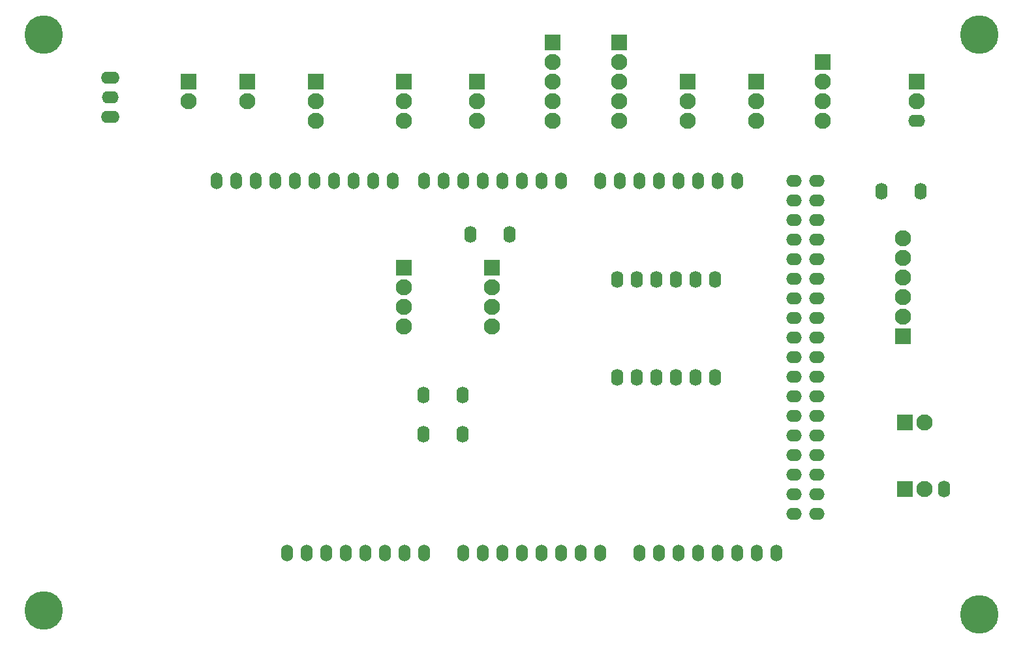
<source format=gtl>
G04 #@! TF.GenerationSoftware,KiCad,Pcbnew,(5.1.6)-1*
G04 #@! TF.CreationDate,2020-09-27T17:04:44+05:30*
G04 #@! TF.ProjectId,PCB board,50434220-626f-4617-9264-2e6b69636164,rev?*
G04 #@! TF.SameCoordinates,Original*
G04 #@! TF.FileFunction,Copper,L1,Top*
G04 #@! TF.FilePolarity,Positive*
%FSLAX46Y46*%
G04 Gerber Fmt 4.6, Leading zero omitted, Abs format (unit mm)*
G04 Created by KiCad (PCBNEW (5.1.6)-1) date 2020-09-27 17:04:44*
%MOMM*%
%LPD*%
G01*
G04 APERTURE LIST*
G04 #@! TA.AperFunction,ComponentPad*
%ADD10O,1.600000X2.200000*%
G04 #@! TD*
G04 #@! TA.AperFunction,ComponentPad*
%ADD11O,2.200000X1.600000*%
G04 #@! TD*
G04 #@! TA.AperFunction,ComponentPad*
%ADD12O,1.524000X2.197100*%
G04 #@! TD*
G04 #@! TA.AperFunction,ComponentPad*
%ADD13O,1.998980X1.539240*%
G04 #@! TD*
G04 #@! TA.AperFunction,ComponentPad*
%ADD14O,1.998980X1.536700*%
G04 #@! TD*
G04 #@! TA.AperFunction,ComponentPad*
%ADD15O,1.524000X2.199640*%
G04 #@! TD*
G04 #@! TA.AperFunction,ComponentPad*
%ADD16C,5.000000*%
G04 #@! TD*
G04 #@! TA.AperFunction,ComponentPad*
%ADD17R,2.100000X2.100000*%
G04 #@! TD*
G04 #@! TA.AperFunction,ComponentPad*
%ADD18C,2.100000*%
G04 #@! TD*
G04 #@! TA.AperFunction,ComponentPad*
%ADD19O,2.400000X1.600000*%
G04 #@! TD*
G04 APERTURE END LIST*
D10*
X209804000Y-111252000D03*
D11*
X206248000Y-63500000D03*
X101600000Y-60452000D03*
D10*
X206756000Y-72644000D03*
X201676000Y-72644000D03*
X153416000Y-78232000D03*
X148336000Y-78232000D03*
X147320000Y-104140000D03*
X142240000Y-104140000D03*
X147320000Y-99060000D03*
X142240000Y-99060000D03*
D12*
X115376001Y-71310501D03*
X117916001Y-71310501D03*
X120456001Y-71310501D03*
X122996001Y-71310501D03*
X125536001Y-71310501D03*
X128076001Y-71310501D03*
X130616001Y-71310501D03*
X133156001Y-71310501D03*
X135696001Y-71310501D03*
X138236001Y-71310501D03*
X142300001Y-71310501D03*
X144840001Y-71310501D03*
X147380001Y-71310501D03*
X149920001Y-71310501D03*
X152460001Y-71310501D03*
X155000001Y-71310501D03*
X157540001Y-71310501D03*
X160080001Y-71310501D03*
X165160001Y-71310501D03*
X167700001Y-71310501D03*
X170240001Y-71310501D03*
X172780001Y-71310501D03*
X175320001Y-71310501D03*
X177860001Y-71310501D03*
X180400001Y-71310501D03*
X182940001Y-71310501D03*
D13*
X190311081Y-86550501D03*
X190311081Y-89090501D03*
X190311081Y-91630501D03*
X190311081Y-94170501D03*
X190311081Y-96710501D03*
X190311081Y-99250501D03*
X190311081Y-101790501D03*
X190311081Y-104330501D03*
D14*
X193346381Y-111950501D03*
X193346381Y-114490501D03*
D13*
X190311081Y-71310501D03*
X190311081Y-73850501D03*
X190311081Y-76390501D03*
X190311081Y-78930501D03*
X190311081Y-81470501D03*
X190311081Y-84010501D03*
D14*
X193346381Y-91630501D03*
X193346381Y-94170501D03*
X193346381Y-96710501D03*
X193346381Y-99250501D03*
X193346381Y-101790501D03*
X193346381Y-104330501D03*
X193346381Y-106870501D03*
X193346381Y-109410501D03*
D12*
X185480001Y-119570501D03*
X182940001Y-119570501D03*
X180400001Y-119570501D03*
X177860001Y-119570501D03*
D15*
X175320001Y-119570501D03*
X172780001Y-119570501D03*
X170240001Y-119570501D03*
X165160001Y-119570501D03*
X129600001Y-119570501D03*
X127060001Y-119570501D03*
X124520001Y-119570501D03*
X139760001Y-119570501D03*
X137220001Y-119570501D03*
X134680001Y-119570501D03*
X132140001Y-119570501D03*
X162620001Y-119570501D03*
X160080001Y-119570501D03*
X157540001Y-119570501D03*
X155000001Y-119570501D03*
X152460001Y-119570501D03*
X149920001Y-119570501D03*
X147380001Y-119570501D03*
X142300001Y-119570501D03*
D14*
X193346381Y-71310501D03*
X193346381Y-73850501D03*
X193346381Y-76390501D03*
X193346381Y-78930501D03*
X193346381Y-81470501D03*
X193346381Y-84010501D03*
X193346381Y-86550501D03*
X193346381Y-89090501D03*
D13*
X190311081Y-106870501D03*
X190311081Y-109410501D03*
X190311081Y-111950501D03*
X190311081Y-114490501D03*
D12*
X188020001Y-119570501D03*
D16*
X92964000Y-52324000D03*
X92964000Y-127000000D03*
X214376000Y-127508000D03*
X214376000Y-52324000D03*
D17*
X204724000Y-102616000D03*
D18*
X207264000Y-102616000D03*
X207264000Y-111252000D03*
D17*
X204724000Y-111252000D03*
X176530000Y-58420000D03*
D18*
X176530000Y-60960000D03*
X176530000Y-63500000D03*
X149225000Y-63500000D03*
X149225000Y-60960000D03*
D17*
X149225000Y-58420000D03*
D18*
X139700000Y-63500000D03*
X139700000Y-60960000D03*
D17*
X139700000Y-58420000D03*
D18*
X128270000Y-63500000D03*
X128270000Y-60960000D03*
D17*
X128270000Y-58420000D03*
X111760000Y-58420000D03*
D18*
X111760000Y-60960000D03*
D17*
X119380000Y-58420000D03*
D18*
X119380000Y-60960000D03*
X151130000Y-90170000D03*
X151130000Y-87630000D03*
X151130000Y-85090000D03*
D17*
X151130000Y-82550000D03*
X139700000Y-82550000D03*
D18*
X139700000Y-85090000D03*
X139700000Y-87630000D03*
X139700000Y-90170000D03*
D17*
X204470000Y-91440000D03*
D18*
X204470000Y-88900000D03*
X204470000Y-86360000D03*
X204470000Y-83820000D03*
X204470000Y-81280000D03*
X204470000Y-78740000D03*
D17*
X185420000Y-58420000D03*
D18*
X185420000Y-60960000D03*
X185420000Y-63500000D03*
D17*
X194056000Y-55880000D03*
D18*
X194056000Y-58420000D03*
X194056000Y-60960000D03*
X194056000Y-63500000D03*
D17*
X206248000Y-58420000D03*
D18*
X206248000Y-60960000D03*
D17*
X159004000Y-53340000D03*
D18*
X159004000Y-55880000D03*
X159004000Y-58420000D03*
X159004000Y-60960000D03*
X159004000Y-63500000D03*
D17*
X167640000Y-53340000D03*
D18*
X167640000Y-55880000D03*
X167640000Y-58420000D03*
X167640000Y-60960000D03*
X167640000Y-63500000D03*
D10*
X167386000Y-84074000D03*
X169926000Y-84074000D03*
X172466000Y-84074000D03*
X175006000Y-84074000D03*
X177546000Y-84074000D03*
X180086000Y-84074000D03*
X180086000Y-96774000D03*
X177546000Y-96774000D03*
X175006000Y-96774000D03*
X172466000Y-96774000D03*
X169926000Y-96774000D03*
X167386000Y-96774000D03*
D19*
X101600000Y-62992000D03*
X101600000Y-57912000D03*
M02*

</source>
